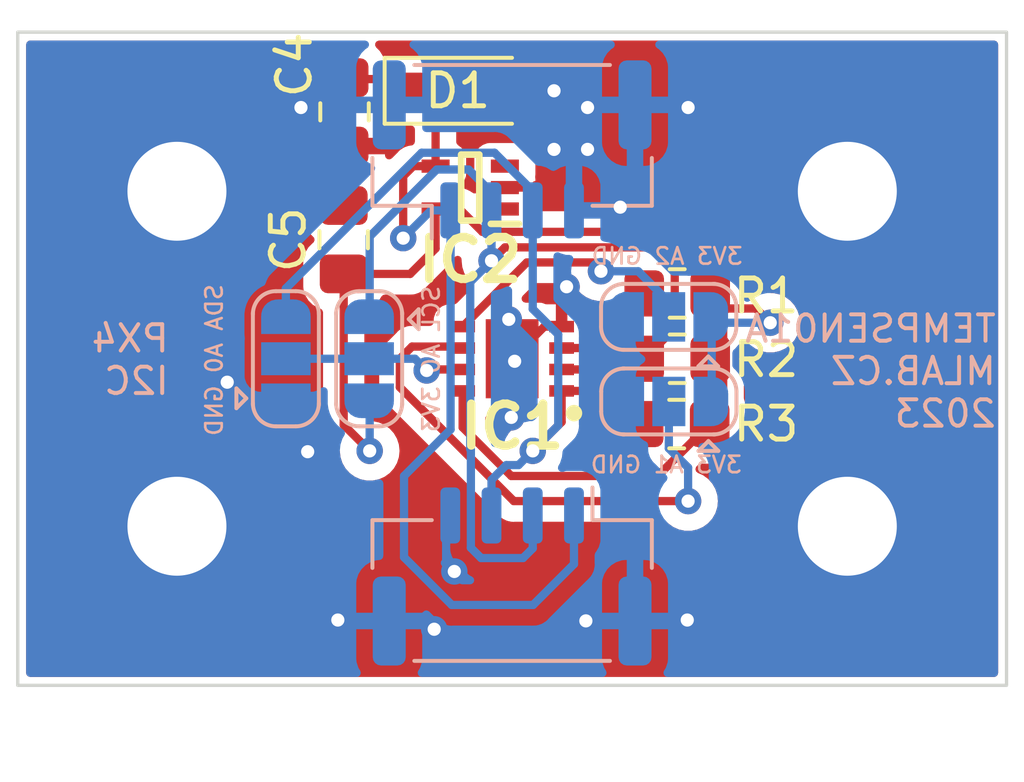
<source format=kicad_pcb>
(kicad_pcb (version 20221018) (generator pcbnew)
  (layers (0 "F.Cu" signal) (31 "B.Cu" signal) (34 "B.Paste" user) (35 "F.Paste" user) (36 "B.SilkS" user "B.Silkscreen") (37 "F.SilkS" user "F.Silkscreen") (38 "B.Mask" user) (39 "F.Mask" user) (44 "Edge.Cuts" user))
  (net 0 "")
  (net 1 "+3.3V")
  (net 2 "GND")
  (net 3 "VDD")
  (net 4 "/SDA")
  (net 5 "/SCL")
  (net 6 "/OS")
  (net 7 "/A2")
  (net 8 "/A1")
  (net 9 "/A0")
  (footprint "Fiducial:Fiducial_1mm_Mask2mm" (layer "F.Cu") (at 124.206 71.12)
    (fp_text reference "FID2" hide)
    (fp_text value "Fiducial")
    (pad "" smd circle (at 0 0) (size 1 1) (layers "F.Cu" "F.Mask") (clearance 0.5))
  )
  (footprint "Mlab_Mechanical:MountingHole_3mm" (layer "F.Cu") (at 121.92 66.04)
    (fp_text reference "M2" hide)
    (fp_text value "HOLE" hide)
    (pad "1" thru_hole circle (at 0 0) (size 6 6) (drill 3) (layers "*.Cu" "*.Mask") (net 2 "GND") (clearance 1))
  )
  (footprint "Capacitor_SMD:C_0805_2012Metric_Pad1.18x1.45mm_HandSolder" (layer "F.Cu") (at 106.6546 67.5093 90)
    (fp_text reference "C5" (at 0 -1.68 90) (layer "F.SilkS"))
    (fp_text value "1uF")
    (fp_line (start -0.261252 -0.735) (end 0.261252 -0.735) (stroke (width 0.12)) (layer "F.SilkS"))
    (fp_line (start -0.261252 0.735) (end 0.261252 0.735) (stroke (width 0.12)) (layer "F.SilkS"))
    (pad "1" smd roundrect (at -1.0375 0 90) (size 1.175 1.45) (layers "F.Cu" "F.Paste" "F.Mask") (roundrect_rratio 0.212766) (net 1 "+3.3V"))
    (pad "2" smd roundrect (at 1.0375 0 90) (size 1.175 1.45) (layers "F.Cu" "F.Paste" "F.Mask") (roundrect_rratio 0.212766) (net 2 "GND"))
  )
  (footprint "KiCad:SON65P300X300X80-9N" (layer "F.Cu") (at 111.76 71.12 180)
    (fp_text reference "IC1" (at 0 -2.0574) (layer "F.SilkS") (effects (font (size 1.27 1.27) (thickness 0.254))))
    (fp_text value "MAX31725MTA+T" hide)
    (fp_circle (center -1.875 -1.65) (end -1.875 -1.525) (stroke (width 0.25)) (fill none) (layer "F.SilkS"))
    (pad "1" smd rect (at -1.5 -0.975 270) (size 0.35 0.75) (layers "F.Cu" "F.Paste" "F.Mask") (net 4 "/SDA"))
    (pad "2" smd rect (at -1.5 -0.325 270) (size 0.35 0.75) (layers "F.Cu" "F.Paste" "F.Mask") (net 5 "/SCL"))
    (pad "3" smd rect (at -1.5 0.325 270) (size 0.35 0.75) (layers "F.Cu" "F.Paste" "F.Mask") (net 6 "/OS"))
    (pad "4" smd rect (at -1.5 0.975 270) (size 0.35 0.75) (layers "F.Cu" "F.Paste" "F.Mask") (net 2 "GND"))
    (pad "5" smd rect (at 1.5 0.975 270) (size 0.35 0.75) (layers "F.Cu" "F.Paste" "F.Mask") (net 7 "/A2"))
    (pad "6" smd rect (at 1.5 0.325 270) (size 0.35 0.75) (layers "F.Cu" "F.Paste" "F.Mask") (net 8 "/A1"))
    (pad "7" smd rect (at 1.5 -0.325 270) (size 0.35 0.75) (layers "F.Cu" "F.Paste" "F.Mask") (net 9 "/A0"))
    (pad "8" smd rect (at 1.5 -0.975 270) (size 0.35 0.75) (layers "F.Cu" "F.Paste" "F.Mask") (net 1 "+3.3V"))
    (pad "9" smd rect (at 0 0 180) (size 1.6 2.4) (layers "F.Cu" "F.Paste" "F.Mask") (net 2 "GND"))
  )
  (footprint "Fiducial:Fiducial_1mm_Mask2mm" (layer "F.Cu") (at 99.314 71.12)
    (fp_text reference "FID1" hide)
    (fp_text value "Fiducial")
    (pad "" smd circle (at 0 0) (size 1 1) (layers "F.Cu" "F.Mask") (clearance 0.5))
  )
  (footprint "Resistor_SMD:R_0805_2012Metric_Pad1.20x1.40mm_HandSolder" (layer "F.Cu") (at 116.7638 69.1388 180)
    (fp_text reference "R1" (at -2.6924 -0.0762 180) (layer "F.SilkS"))
    (fp_text value "4k7")
    (fp_line (start -0.227064 -0.735) (end 0.227064 -0.735) (stroke (width 0.12)) (layer "F.SilkS"))
    (fp_line (start -0.227064 0.735) (end 0.227064 0.735) (stroke (width 0.12)) (layer "F.SilkS"))
    (pad "1" smd roundrect (at -1 0 180) (size 1.2 1.4) (layers "F.Cu" "F.Paste" "F.Mask") (roundrect_rratio 0.208333) (net 1 "+3.3V"))
    (pad "2" smd roundrect (at 1 0 180) (size 1.2 1.4) (layers "F.Cu" "F.Paste" "F.Mask") (roundrect_rratio 0.208333) (net 6 "/OS"))
  )
  (footprint "Diode_SMD:D_SOD-123F" (layer "F.Cu") (at 110.106 62.992)
    (fp_text reference "D1" (at 0.003 0) (layer "F.SilkS"))
    (fp_text value "BZV55C5V6")
    (fp_line (start -2.21 -1) (end -2.21 1) (stroke (width 0.12)) (layer "F.SilkS"))
    (fp_line (start -2.21 -1) (end 1.65 -1) (stroke (width 0.12)) (layer "F.SilkS"))
    (fp_line (start -2.21 1) (end 1.65 1) (stroke (width 0.12)) (layer "F.SilkS"))
    (pad "1" smd roundrect (at -1.4 0) (size 1.1 1.1) (layers "F.Cu" "F.Paste" "F.Mask") (roundrect_rratio 0.2272727273) (net 3 "VDD"))
    (pad "2" smd roundrect (at 1.4 0) (size 1.1 1.1) (layers "F.Cu" "F.Paste" "F.Mask") (roundrect_rratio 0.2272727273) (net 2 "GND"))
  )
  (footprint "Mlab_Mechanical:MountingHole_3mm" (layer "F.Cu") (at 101.6 76.2)
    (fp_text reference "M3" hide)
    (fp_text value "HOLE" hide)
    (pad "1" thru_hole circle (at 0 0) (size 6 6) (drill 3) (layers "*.Cu" "*.Mask") (net 2 "GND") (clearance 1))
  )
  (footprint "Resistor_SMD:R_0805_2012Metric_Pad1.20x1.40mm_HandSolder" (layer "F.Cu") (at 116.7638 71.12 180)
    (fp_text reference "R2" (at -2.6924 -0.0254 180) (layer "F.SilkS"))
    (fp_text value "4k7")
    (fp_line (start -0.227064 -0.735) (end 0.227064 -0.735) (stroke (width 0.12)) (layer "F.SilkS"))
    (fp_line (start -0.227064 0.735) (end 0.227064 0.735) (stroke (width 0.12)) (layer "F.SilkS"))
    (pad "1" smd roundrect (at -1 0 180) (size 1.2 1.4) (layers "F.Cu" "F.Paste" "F.Mask") (roundrect_rratio 0.208333) (net 1 "+3.3V"))
    (pad "2" smd roundrect (at 1 0 180) (size 1.2 1.4) (layers "F.Cu" "F.Paste" "F.Mask") (roundrect_rratio 0.208333) (net 5 "/SCL"))
  )
  (footprint "ncp:SOT65P210X110-5N" (layer "F.Cu") (at 110.49 65.928 180)
    (fp_text reference "IC2" (at 0 -2.1948) (layer "F.SilkS") (effects (font (size 1.27 1.27) (thickness 0.254))))
    (fp_text value "NCP715SQ33T2G" hide)
    (fp_line (start -1.475 -1.1) (end -0.625 -1.1) (stroke (width 0.2)) (layer "F.SilkS"))
    (fp_line (start -0.275 -1) (end 0.275 -1) (stroke (width 0.2)) (layer "F.SilkS"))
    (fp_line (start -0.275 1) (end -0.275 -1) (stroke (width 0.2)) (layer "F.SilkS"))
    (fp_line (start 0.275 -1) (end 0.275 1) (stroke (width 0.2)) (layer "F.SilkS"))
    (fp_line (start 0.275 1) (end -0.275 1) (stroke (width 0.2)) (layer "F.SilkS"))
    (pad "1" smd rect (at -1.05 -0.65 270) (size 0.4 0.85) (layers "F.Cu" "F.Paste" "F.Mask"))
    (pad "2" smd rect (at -1.05 0 270) (size 0.4 0.85) (layers "F.Cu" "F.Paste" "F.Mask") (net 2 "GND"))
    (pad "3" smd rect (at -1.05 0.65 270) (size 0.4 0.85) (layers "F.Cu" "F.Paste" "F.Mask"))
    (pad "4" smd rect (at 1.05 0.65 270) (size 0.4 0.85) (layers "F.Cu" "F.Paste" "F.Mask") (net 3 "VDD"))
    (pad "5" smd rect (at 1.05 -0.65 270) (size 0.4 0.85) (layers "F.Cu" "F.Paste" "F.Mask") (net 1 "+3.3V"))
  )
  (footprint "Mlab_Mechanical:MountingHole_3mm" (layer "F.Cu") (at 121.92 76.2)
    (fp_text reference "M4" hide)
    (fp_text value "HOLE" hide)
    (pad "1" thru_hole circle (at 0 0) (size 6 6) (drill 3) (layers "*.Cu" "*.Mask") (net 2 "GND") (clearance 1))
  )
  (footprint "Mlab_Mechanical:MountingHole_3mm" (layer "F.Cu") (at 101.6 66.04)
    (fp_text reference "M1" hide)
    (fp_text value "HOLE" hide)
    (pad "1" thru_hole circle (at 0 0) (size 6 6) (drill 3) (layers "*.Cu" "*.Mask") (net 2 "GND") (clearance 1))
  )
  (footprint "Resistor_SMD:R_0805_2012Metric_Pad1.20x1.40mm_HandSolder" (layer "F.Cu") (at 116.7478 73.1012 180)
    (fp_text reference "R3" (at -2.7084 0 180) (layer "F.SilkS"))
    (fp_text value "4k7")
    (fp_line (start -0.227064 -0.735) (end 0.227064 -0.735) (stroke (width 0.12)) (layer "F.SilkS"))
    (fp_line (start -0.227064 0.735) (end 0.227064 0.735) (stroke (width 0.12)) (layer "F.SilkS"))
    (pad "1" smd roundrect (at -1 0 180) (size 1.2 1.4) (layers "F.Cu" "F.Paste" "F.Mask") (roundrect_rratio 0.208333) (net 1 "+3.3V"))
    (pad "2" smd roundrect (at 1 0 180) (size 1.2 1.4) (layers "F.Cu" "F.Paste" "F.Mask") (roundrect_rratio 0.208333) (net 4 "/SDA"))
  )
  (footprint "Capacitor_SMD:C_0805_2012Metric_Pad1.18x1.45mm_HandSolder" (layer "F.Cu") (at 106.68 63.6309 -90)
    (fp_text reference "C4" (at -1.4263 1.524 -90) (layer "F.SilkS"))
    (fp_text value "1uF")
    (fp_line (start -0.261252 -0.735) (end 0.261252 -0.735) (stroke (width 0.12)) (layer "F.SilkS"))
    (fp_line (start -0.261252 0.735) (end 0.261252 0.735) (stroke (width 0.12)) (layer "F.SilkS"))
    (pad "1" smd roundrect (at -1.0375 0 270) (size 1.175 1.45) (layers "F.Cu" "F.Paste" "F.Mask") (roundrect_rratio 0.212766) (net 3 "VDD"))
    (pad "2" smd roundrect (at 1.0375 0 270) (size 1.175 1.45) (layers "F.Cu" "F.Paste" "F.Mask") (roundrect_rratio 0.212766) (net 2 "GND"))
  )
  (footprint "Connector_JST:JST_GH_SM04B-GHS-TB_1x04-1MP_P1.25mm_Horizontal" (layer "B.Cu") (at 111.76 77.724 180)
    (fp_text reference "J1" hide)
    (fp_text value "SM04B-GHS-TB" hide)
    (fp_line (start -4.235 0.26) (end -4.235 1.71) (stroke (width 0.12)) (layer "B.SilkS"))
    (fp_line (start -4.235 1.71) (end -2.435 1.71) (stroke (width 0.12)) (layer "B.SilkS"))
    (fp_line (start -2.965 -2.56) (end 2.965 -2.56) (stroke (width 0.12)) (layer "B.SilkS"))
    (fp_line (start -2.435 1.71) (end -2.435 2.7) (stroke (width 0.12)) (layer "B.SilkS"))
    (fp_line (start 4.235 0.26) (end 4.235 1.71) (stroke (width 0.12)) (layer "B.SilkS"))
    (fp_line (start 4.235 1.71) (end 2.435 1.71) (stroke (width 0.12)) (layer "B.SilkS"))
    (pad "1" smd roundrect (at -1.875 1.85 180) (size 0.6 1.7) (layers "B.Cu" "B.Paste" "B.Mask") (net 3 "VDD"))
    (pad "2" smd roundrect (at -0.625 1.85 180) (size 0.6 1.7) (layers "B.Cu" "B.Paste" "B.Mask") (net 5 "/SCL"))
    (pad "3" smd roundrect (at 0.625 1.85 180) (size 0.6 1.7) (layers "B.Cu" "B.Paste" "B.Mask") (net 4 "/SDA"))
    (pad "4" smd roundrect (at 1.875 1.85 180) (size 0.6 1.7) (layers "B.Cu" "B.Paste" "B.Mask") (net 2 "GND"))
    (pad "MP" smd roundrect (at -3.725 -1.35 180) (size 1 2.7) (layers "B.Cu" "B.Paste" "B.Mask") (net 2 "GND"))
    (pad "MP" smd roundrect (at 3.725 -1.35 180) (size 1 2.7) (layers "B.Cu" "B.Paste" "B.Mask") (net 2 "GND"))
  )
  (footprint "Jumper:SolderJumper-3_P1.3mm_Open_RoundedPad1.0x1.5mm" (layer "B.Cu") (at 104.902 71.12 90)
    (fp_text reference "JP2" hide)
    (fp_text value "SolderJumper_3_Open" hide)
    (fp_line (start -2.05 -0.3) (end -2.05 0.3) (stroke (width 0.12)) (layer "B.SilkS"))
    (fp_line (start -1.5 -1.5) (end -0.9 -1.5) (stroke (width 0.12)) (layer "B.SilkS"))
    (fp_line (start -1.4 1) (end 1.4 1) (stroke (width 0.12)) (layer "B.SilkS"))
    (fp_line (start -1.2 -1.2) (end -1.5 -1.5) (stroke (width 0.12)) (layer "B.SilkS"))
    (fp_line (start -1.2 -1.2) (end -0.9 -1.5) (stroke (width 0.12)) (layer "B.SilkS"))
    (fp_line (start 1.4 -1) (end -1.4 -1) (stroke (width 0.12)) (layer "B.SilkS"))
    (fp_line (start 2.05 0.3) (end 2.05 -0.3) (stroke (width 0.12)) (layer "B.SilkS"))
    (fp_arc (start -2.05 -0.3) (mid -1.844975 -0.794975) (end -1.35 -1) (stroke (width 0.12)) (layer "B.SilkS"))
    (fp_arc (start -1.35 1) (mid -1.844975 0.794975) (end -2.05 0.3) (stroke (width 0.12)) (layer "B.SilkS"))
    (fp_arc (start 1.35 -1) (mid 1.844975 -0.794975) (end 2.05 -0.3) (stroke (width 0.12)) (layer "B.SilkS"))
    (fp_arc (start 2.05 0.3) (mid 1.844975 0.794975) (end 1.35 1) (stroke (width 0.12)) (layer "B.SilkS"))
    (pad "1" smd custom (at -1.3 0 90) (size 1 0.5) (layers "B.Cu" "B.Mask") (net 2 "GND") (options (clearance outline) (anchor rect)) (primitives (gr_circle (center 0 -0.25) (end 0.5 -0.25) (width 0) (fill yes)) (gr_circle (center 0 0.25) (end 0.5 0.25) (width 0) (fill yes)) (gr_poly (pts (xy 0.55 -0.75) (xy 0 -0.75) (xy 0 0.75) (xy 0.55 0.75)) (width 0) (fill yes))))
    (pad "2" smd rect (at 0 0 90) (size 1 1.5) (layers "B.Cu" "B.Mask") (net 9 "/A0"))
    (pad "3" smd custom (at 1.3 0 90) (size 1 0.5) (layers "B.Cu" "B.Mask") (net 4 "/SDA") (options (clearance outline) (anchor rect)) (primitives (gr_circle (center 0 -0.25) (end 0.5 -0.25) (width 0) (fill yes)) (gr_circle (center 0 0.25) (end 0.5 0.25) (width 0) (fill yes)) (gr_poly (pts (xy 0 -0.75) (xy -0.55 -0.75) (xy -0.55 0.75) (xy 0 0.75)) (width 0) (fill yes))))
  )
  (footprint "Jumper:SolderJumper-3_P1.3mm_Open_RoundedPad1.0x1.5mm" (layer "B.Cu") (at 116.5052 69.85 180)
    (fp_text reference "JP4" hide)
    (fp_text value "SolderJumper_3_Open" hide)
    (fp_line (start -2.05 -0.3) (end -2.05 0.3) (stroke (width 0.12)) (layer "B.SilkS"))
    (fp_line (start -1.5 -1.5) (end -0.9 -1.5) (stroke (width 0.12)) (layer "B.SilkS"))
    (fp_line (start -1.4 1) (end 1.4 1) (stroke (width 0.12)) (layer "B.SilkS"))
    (fp_line (start -1.2 -1.2) (end -1.5 -1.5) (stroke (width 0.12)) (layer "B.SilkS"))
    (fp_line (start -1.2 -1.2) (end -0.9 -1.5) (stroke (width 0.12)) (layer "B.SilkS"))
    (fp_line (start 1.4 -1) (end -1.4 -1) (stroke (width 0.12)) (layer "B.SilkS"))
    (fp_line (start 2.05 0.3) (end 2.05 -0.3) (stroke (width 0.12)) (layer "B.SilkS"))
    (fp_arc (start -2.05 -0.3) (mid -1.844975 -0.794975) (end -1.35 -1) (stroke (width 0.12)) (layer "B.SilkS"))
    (fp_arc (start -1.35 1) (mid -1.844975 0.794975) (end -2.05 0.3) (stroke (width 0.12)) (layer "B.SilkS"))
    (fp_arc (start 1.35 -1) (mid 1.844975 -0.794975) (end 2.05 -0.3) (stroke (width 0.12)) (layer "B.SilkS"))
    (fp_arc (start 2.05 0.3) (mid 1.844975 0.794975) (end 1.35 1) (stroke (width 0.12)) (layer "B.SilkS"))
    (pad "1" smd custom (at -1.3 0 180) (size 1 0.5) (layers "B.Cu" "B.Mask") (net 1 "+3.3V") (options (clearance outline) (anchor rect)) (primitives (gr_circle (center 0 -0.25) (end 0.5 -0.25) (width 0) (fill yes)) (gr_circle (center 0 0.25) (end 0.5 0.25) (width 0) (fill yes)) (gr_poly (pts (xy 0.55 -0.75) (xy 0 -0.75) (xy 0 0.75) (xy 0.55 0.75)) (width 0) (fill yes))))
    (pad "2" smd rect (at 0 0 180) (size 1 1.5) (layers "B.Cu" "B.Mask") (net 7 "/A2"))
    (pad "3" smd custom (at 1.3 0 180) (size 1 0.5) (layers "B.Cu" "B.Mask") (net 2 "GND") (options (clearance outline) (anchor rect)) (primitives (gr_circle (center 0 -0.25) (end 0.5 -0.25) (width 0) (fill yes)) (gr_circle (center 0 0.25) (end 0.5 0.25) (width 0) (fill yes)) (gr_poly (pts (xy 0 -0.75) (xy -0.55 -0.75) (xy -0.55 0.75) (xy 0 0.75)) (width 0) (fill yes))))
  )
  (footprint "Jumper:SolderJumper-3_P1.3mm_Open_RoundedPad1.0x1.5mm" (layer "B.Cu") (at 107.4265 71.12 -90)
    (fp_text reference "JP1" hide)
    (fp_text value "SolderJumper_3_Open" hide)
    (fp_line (start -2.05 -0.3) (end -2.05 0.3) (stroke (width 0.12)) (layer "B.SilkS"))
    (fp_line (start -1.5 -1.5) (end -0.9 -1.5) (stroke (width 0.12)) (layer "B.SilkS"))
    (fp_line (start -1.4 1) (end 1.4 1) (stroke (width 0.12)) (layer "B.SilkS"))
    (fp_line (start -1.2 -1.2) (end -1.5 -1.5) (stroke (width 0.12)) (layer "B.SilkS"))
    (fp_line (start -1.2 -1.2) (end -0.9 -1.5) (stroke (width 0.12)) (layer "B.SilkS"))
    (fp_line (start 1.4 -1) (end -1.4 -1) (stroke (width 0.12)) (layer "B.SilkS"))
    (fp_line (start 2.05 0.3) (end 2.05 -0.3) (stroke (width 0.12)) (layer "B.SilkS"))
    (fp_arc (start -2.05 -0.3) (mid -1.844975 -0.794975) (end -1.35 -1) (stroke (width 0.12)) (layer "B.SilkS"))
    (fp_arc (start -1.35 1) (mid -1.844975 0.794975) (end -2.05 0.3) (stroke (width 0.12)) (layer "B.SilkS"))
    (fp_arc (start 1.35 -1) (mid 1.844975 -0.794975) (end 2.05 -0.3) (stroke (width 0.12)) (layer "B.SilkS"))
    (fp_arc (start 2.05 0.3) (mid 1.844975 0.794975) (end 1.35 1) (stroke (width 0.12)) (layer "B.SilkS"))
    (pad "1" smd custom (at -1.3 0 270) (size 1 0.5) (layers "B.Cu" "B.Mask") (net 5 "/SCL") (options (clearance outline) (anchor rect)) (primitives (gr_circle (center 0 -0.25) (end 0.5 -0.25) (width 0) (fill yes)) (gr_circle (center 0 0.25) (end 0.5 0.25) (width 0) (fill yes)) (gr_poly (pts (xy 0.55 -0.75) (xy 0 -0.75) (xy 0 0.75) (xy 0.55 0.75)) (width 0) (fill yes))))
    (pad "2" smd rect (at 0 0 270) (size 1 1.5) (layers "B.Cu" "B.Mask") (net 9 "/A0"))
    (pad "3" smd custom (at 1.3 0 270) (size 1 0.5) (layers "B.Cu" "B.Mask") (net 1 "+3.3V") (options (clearance outline) (anchor rect)) (primitives (gr_circle (center 0 -0.25) (end 0.5 -0.25) (width 0) (fill yes)) (gr_circle (center 0 0.25) (end 0.5 0.25) (width 0) (fill yes)) (gr_poly (pts (xy 0 -0.75) (xy -0.55 -0.75) (xy -0.55 0.75) (xy 0 0.75)) (width 0) (fill yes))))
  )
  (footprint "Jumper:SolderJumper-3_P1.3mm_Open_RoundedPad1.0x1.5mm" (layer "B.Cu") (at 116.5098 72.4154 180)
    (fp_text reference "JP3" hide)
    (fp_text value "SolderJumper_3_Open" hide)
    (fp_line (start -2.05 -0.3) (end -2.05 0.3) (stroke (width 0.12)) (layer "B.SilkS"))
    (fp_line (start -1.5 -1.5) (end -0.9 -1.5) (stroke (width 0.12)) (layer "B.SilkS"))
    (fp_line (start -1.4 1) (end 1.4 1) (stroke (width 0.12)) (layer "B.SilkS"))
    (fp_line (start -1.2 -1.2) (end -1.5 -1.5) (stroke (width 0.12)) (layer "B.SilkS"))
    (fp_line (start -1.2 -1.2) (end -0.9 -1.5) (stroke (width 0.12)) (layer "B.SilkS"))
    (fp_line (start 1.4 -1) (end -1.4 -1) (stroke (width 0.12)) (layer "B.SilkS"))
    (fp_line (start 2.05 0.3) (end 2.05 -0.3) (stroke (width 0.12)) (layer "B.SilkS"))
    (fp_arc (start -2.05 -0.3) (mid -1.844975 -0.794975) (end -1.35 -1) (stroke (width 0.12)) (layer "B.SilkS"))
    (fp_arc (start -1.35 1) (mid -1.844975 0.794975) (end -2.05 0.3) (stroke (width 0.12)) (layer "B.SilkS"))
    (fp_arc (start 1.35 -1) (mid 1.844975 -0.794975) (end 2.05 -0.3) (stroke (width 0.12)) (layer "B.SilkS"))
    (fp_arc (start 2.05 0.3) (mid 1.844975 0.794975) (end 1.35 1) (stroke (width 0.12)) (layer "B.SilkS"))
    (pad "1" smd custom (at -1.3 0 180) (size 1 0.5) (layers "B.Cu" "B.Mask") (net 1 "+3.3V") (options (clearance outline) (anchor rect)) (primitives (gr_circle (center 0 -0.25) (end 0.5 -0.25) (width 0) (fill yes)) (gr_circle (center 0 0.25) (end 0.5 0.25) (width 0) (fill yes)) (gr_poly (pts (xy 0.55 -0.75) (xy 0 -0.75) (xy 0 0.75) (xy 0.55 0.75)) (width 0) (fill yes))))
    (pad "2" smd rect (at 0 0 180) (size 1 1.5) (layers "B.Cu" "B.Mask") (net 8 "/A1"))
    (pad "3" smd custom (at 1.3 0 180) (size 1 0.5) (layers "B.Cu" "B.Mask") (net 2 "GND") (options (clearance outline) (anchor rect)) (primitives (gr_circle (center 0 -0.25) (end 0.5 -0.25) (width 0) (fill yes)) (gr_circle (center 0 0.25) (end 0.5 0.25) (width 0) (fill yes)) (gr_poly (pts (xy 0 -0.75) (xy -0.55 -0.75) (xy -0.55 0.75) (xy 0 0.75)) (width 0) (fill yes))))
  )
  (footprint "Connector_JST:JST_GH_SM04B-GHS-TB_1x04-1MP_P1.25mm_Horizontal" (layer "B.Cu") (at 111.76 64.77)
    (fp_text reference "J2" hide)
    (fp_text value "SM04B-GHS-TB" hide)
    (fp_line (start -4.235 0.26) (end -4.235 1.71) (stroke (width 0.12)) (layer "B.SilkS"))
    (fp_line (start -4.235 1.71) (end -2.435 1.71) (stroke (width 0.12)) (layer "B.SilkS"))
    (fp_line (start -2.965 -2.56) (end 2.965 -2.56) (stroke (width 0.12)) (layer "B.SilkS"))
    (fp_line (start -2.435 1.71) (end -2.435 2.7) (stroke (width 0.12)) (layer "B.SilkS"))
    (fp_line (start 4.235 0.26) (end 4.235 1.71) (stroke (width 0.12)) (layer "B.SilkS"))
    (fp_line (start 4.235 1.71) (end 2.435 1.71) (stroke (width 0.12)) (layer "B.SilkS"))
    (pad "1" smd roundrect (at -1.875 1.85) (size 0.6 1.7) (layers "B.Cu" "B.Paste" "B.Mask") (net 3 "VDD"))
    (pad "2" smd roundrect (at -0.625 1.85) (size 0.6 1.7) (layers "B.Cu" "B.Paste" "B.Mask") (net 5 "/SCL"))
    (pad "3" smd roundrect (at 0.625 1.85) (size 0.6 1.7) (layers "B.Cu" "B.Paste" "B.Mask") (net 4 "/SDA"))
    (pad "4" smd roundrect (at 1.875 1.85) (size 0.6 1.7) (layers "B.Cu" "B.Paste" "B.Mask") (net 2 "GND"))
    (pad "MP" smd roundrect (at -3.725 -1.35) (size 1 2.7) (layers "B.Cu" "B.Paste" "B.Mask") (net 2 "GND"))
    (pad "MP" smd roundrect (at 3.725 -1.35) (size 1 2.7) (layers "B.Cu" "B.Paste" "B.Mask") (net 2 "GND"))
  )
  (gr_rect (start 96.774 61.214) (end 126.746 81.026) (stroke (width 0.1)) (fill none) (layer "Edge.Cuts"))
  (gr_text "3V3 A1 GND" (at 118.7704 74.6252) (layer "B.SilkS") (effects (font (size 0.5 0.5) (thickness 0.08)) (justify left bottom mirror)))
  (gr_text "SCL A0 3V3" (at 109.601 68.8594 90) (layer "B.SilkS") (effects (font (size 0.5 0.5) (thickness 0.08)) (justify left bottom mirror)))
  (gr_text "TEMPSEN01A\nMLAB.CZ\n2023" (at 126.492 73.2536) (layer "B.SilkS") (effects (font (size 0.8 0.8) (thickness 0.12)) (justify left bottom mirror)))
  (gr_text "3V3 A2 GND" (at 118.7958 68.3006) (layer "B.SilkS") (effects (font (size 0.5 0.5) (thickness 0.08)) (justify left bottom mirror)))
  (gr_text "PX4\nI2C" (at 101.4222 72.263) (layer "B.SilkS") (effects (font (size 0.8 0.8) (thickness 0.12)) (justify left bottom mirror)))
  (gr_text "SDA A0 GND" (at 103.0224 68.8086 90) (layer "B.SilkS") (effects (font (size 0.5 0.5) (thickness 0.08)) (justify left bottom mirror)))
  (segment (start 109.44 66.578) (end 109.44 67.7758) (width 0.25) (layer "F.Cu") (net 1))
  (segment (start 116.173 74.676) (end 117.7478 73.1012) (width 0.25) (layer "F.Cu") (net 1))
  (segment (start 117.5628 67.2708) (end 118.157 67.865) (width 0.25) (layer "F.Cu") (net 1))
  (segment (start 111.7346 74.676) (end 116.173 74.676) (width 0.25) (layer "F.Cu") (net 1))
  (segment (start 118.157 71.12) (end 118.157 72.644) (width 0.25) (layer "F.Cu") (net 1))
  (segment (start 118.157 69.596) (end 119.1514 69.596) (width 0.25) (layer "F.Cu") (net 1))
  (segment (start 110.8572 67.2708) (end 117.5628 67.2708) (width 0.25) (layer "F.Cu") (net 1))
  (segment (start 109.44 66.578) (end 110.1644 66.578) (width 0.25) (layer "F.Cu") (net 1))
  (segment (start 118.157 69.596) (end 118.157 71.12) (width 0.25) (layer "F.Cu") (net 1))
  (segment (start 110.1644 66.578) (end 110.8572 67.2708) (width 0.25) (layer "F.Cu") (net 1))
  (segment (start 119.1514 69.596) (end 119.5832 70.0278) (width 0.25) (layer "F.Cu") (net 1))
  (segment (start 118.157 67.865) (end 118.157 69.596) (width 0.25) (layer "F.Cu") (net 1))
  (segment (start 109.44 67.7758) (end 108.669 68.5468) (width 0.25) (layer "F.Cu") (net 1))
  (segment (start 111.7346 74.676) (end 110.26 73.2014) (width 0.25) (layer "F.Cu") (net 1))
  (segment (start 106.6546 73.1266) (end 107.442 73.914) (width 0.25) (layer "F.Cu") (net 1))
  (segment (start 110.26 73.2014) (end 110.26 72.095) (width 0.25) (layer "F.Cu") (net 1))
  (segment (start 106.6546 68.5468) (end 106.6546 73.1266) (width 0.25) (layer "F.Cu") (net 1))
  (segment (start 108.669 68.5468) (end 106.6546 68.5468) (width 0.25) (layer "F.Cu") (net 1))
  (via (at 119.5832 70.0278) (size 0.8) (drill 0.4) (layers "F.Cu" "B.Cu") (net 1))
  (via (at 107.442 73.914) (size 0.8) (drill 0.4) (layers "F.Cu" "B.Cu") (net 1))
  (segment (start 117.8052 69.85) (end 117.8098 69.8546) (width 0.25) (layer "B.Cu") (net 1))
  (segment (start 117.8098 69.8546) (end 117.8098 72.4154) (width 0.25) (layer "B.Cu") (net 1))
  (segment (start 119.5832 70.0278) (end 117.983 70.0278) (width 0.25) (layer "B.Cu") (net 1))
  (segment (start 107.442 72.4355) (end 107.4265 72.42) (width 0.25) (layer "B.Cu") (net 1))
  (segment (start 117.983 70.0278) (end 117.8052 69.85) (width 0.25) (layer "B.Cu") (net 1))
  (segment (start 107.442 73.914) (end 107.442 72.4355) (width 0.25) (layer "B.Cu") (net 1))
  (segment (start 113.26 70.145) (end 112.735 70.145) (width 0.25) (layer "F.Cu") (net 2))
  (segment (start 114.442 65.928) (end 115.0366 66.5226) (width 0.25) (layer "F.Cu") (net 2))
  (segment (start 111.8362 71.1962) (end 111.6838 71.1962) (width 0.25) (layer "F.Cu") (net 2))
  (segment (start 111.54 65.928) (end 114.442 65.928) (width 0.25) (layer "F.Cu") (net 2))
  (segment (start 111.6838 71.1962) (end 111.76 71.12) (width 0.25) (layer "F.Cu") (net 2))
  (segment (start 112.735 70.145) (end 111.8362 71.0438) (width 0.25) (layer "F.Cu") (net 2))
  (segment (start 111.8362 71.0438) (end 111.8362 71.1962) (width 0.25) (layer "F.Cu") (net 2))
  (via (at 111.6584 69.9262) (size 0.8) (drill 0.4) (layers "F.Cu" "B.Cu") (net 2))
  (via (at 105.5624 73.9394) (size 0.8) (drill 0.4) (layers "F.Cu" "B.Cu") (net 2))
  (via (at 105.3592 63.5) (size 0.8) (drill 0.4) (layers "F.Cu" "B.Cu") (net 2))
  (via (at 111.7346 72.898) (size 0.8) (drill 0.4) (layers "F.Cu" "B.Cu") (net 2))
  (via (at 115.0366 66.5226) (size 0.8) (drill 0.4) (layers "F.Cu" "B.Cu") (net 2))
  (via (at 106.4768 79.0448) (size 0.8) (drill 0.4) (layers "F.Cu" "B.Cu") (net 2))
  (via (at 113.03 64.77) (size 0.8) (drill 0.4) (layers "F.Cu" "B.Cu") (net 2))
  (via (at 111.8362 71.1962) (size 0.8) (drill 0.4) (layers "F.Cu" "B.Cu") (net 2))
  (via (at 113.411 68.9356) (size 0.8) (drill 0.4) (layers "F.Cu" "B.Cu") (net 2))
  (via (at 117.094 63.5) (size 0.8) (drill 0.4) (layers "F.Cu" "B.Cu") (net 2))
  (via (at 110.0074 77.5716) (size 0.8) (drill 0.4) (layers "F.Cu" "B.Cu") (net 2))
  (via (at 113.9952 79.0702) (size 0.8) (drill 0.4) (layers "F.Cu" "B.Cu") (net 2))
  (via (at 114.046 63.5) (size 0.8) (drill 0.4) (layers "F.Cu" "B.Cu") (net 2))
  (via (at 109.3978 79.3242) (size 0.8) (drill 0.4) (layers "F.Cu" "B.Cu") (net 2))
  (via (at 103.124 71.8312) (size 0.8) (drill 0.4) (layers "F.Cu" "B.Cu") (net 2))
  (via (at 113.03 62.992) (size 0.8) (drill 0.4) (layers "F.Cu" "B.Cu") (net 2))
  (via (at 114.046 64.77) (size 0.8) (drill 0.4) (layers "F.Cu" "B.Cu") (net 2))
  (via (at 117.0686 79.0448) (size 0.8) (drill 0.4) (layers "F.Cu" "B.Cu") (net 2))
  (segment (start 108.7628 65.278) (end 109.44 65.278) (width 0.25) (layer "F.Cu") (net 3))
  (segment (start 106.68 62.6375) (end 108.3515 62.6375) (width 0.25) (layer "F.Cu") (net 3))
  (segment (start 109.44 65.278) (end 109.44 63.726) (width 0.25) (layer "F.Cu") (net 3))
  (segment (start 108.458 67.4624) (end 108.458 65.5828) (width 0.25) (layer "F.Cu") (net 3))
  (segment (start 109.44 63.726) (end 108.706 62.992) (width 0.25) (layer "F.Cu") (net 3))
  (segment (start 108.458 65.5828) (end 108.7628 65.278) (width 0.25) (layer "F.Cu") (net 3))
  (segment (start 108.3515 62.6375) (end 108.706 62.992) (width 0.25) (layer "F.Cu") (net 3))
  (via (at 108.458 67.4624) (size 0.8) (drill 0.4) (layers "F.Cu" "B.Cu") (net 3))
  (segment (start 109.8942 73.2652) (end 108.4834 74.676) (width 0.25) (layer "B.Cu") (net 3))
  (segment (start 109.8942 66.6292) (end 109.8942 73.2652) (width 0.25) (layer "B.Cu") (net 3))
  (segment (start 109.3004 66.62) (end 108.458 67.4624) (width 0.25) (layer "B.Cu") (net 3))
  (segment (start 108.4834 74.676) (end 108.4834 77.1398) (width 0.25) (layer "B.Cu") (net 3))
  (segment (start 109.9312 78.5876) (end 112.395 78.5876) (width 0.25) (layer "B.Cu") (net 3))
  (segment (start 112.395 78.5876) (end 113.635 77.3476) (width 0.25) (layer "B.Cu") (net 3))
  (segment (start 108.4834 77.1398) (end 109.9312 78.5876) (width 0.25) (layer "B.Cu") (net 3))
  (segment (start 109.885 66.62) (end 109.8942 66.6292) (width 0.25) (layer "B.Cu") (net 3))
  (segment (start 113.635 77.3476) (end 113.635 75.874) (width 0.25) (layer "B.Cu") (net 3))
  (segment (start 109.885 66.62) (end 109.3004 66.62) (width 0.25) (layer "B.Cu") (net 3))
  (segment (start 113.26 73.039) (end 113.26 72.095) (width 0.25) (layer "F.Cu") (net 4))
  (segment (start 114.7416 72.095) (end 115.7478 73.1012) (width 0.25) (layer "F.Cu") (net 4))
  (segment (start 112.385 73.914) (end 113.26 73.039) (width 0.25) (layer "F.Cu") (net 4))
  (segment (start 113.26 72.095) (end 114.7416 72.095) (width 0.25) (layer "F.Cu") (net 4))
  (via (at 112.385 73.914) (size 0.8) (drill 0.4) (layers "F.Cu" "B.Cu") (net 4))
  (segment (start 111.5822 74.3458) (end 111.135 74.793) (width 0.25) (layer "B.Cu") (net 4))
  (segment (start 112.385 73.914) (end 113.157 73.142) (width 0.25) (layer "B.Cu") (net 4))
  (segment (start 111.135 74.793) (end 111.135 75.874) (width 0.25) (layer "B.Cu") (net 4))
  (segment (start 109.0168 64.8716) (end 104.902 68.9864) (width 0.25) (layer "B.Cu") (net 4))
  (segment (start 112.385 66.62) (end 112.385 66.03) (width 0.25) (layer "B.Cu") (net 4))
  (segment (start 112.385 66.03) (end 111.2266 64.8716) (width 0.25) (layer "B.Cu") (net 4))
  (segment (start 111.2266 64.8716) (end 109.0168 64.8716) (width 0.25) (layer "B.Cu") (net 4))
  (segment (start 111.9532 74.3458) (end 111.5822 74.3458) (width 0.25) (layer "B.Cu") (net 4))
  (segment (start 113.157 70.3834) (end 112.385 69.6114) (width 0.25) (layer "B.Cu") (net 4))
  (segment (start 112.385 69.6114) (end 112.385 66.62) (width 0.25) (layer "B.Cu") (net 4))
  (segment (start 112.385 73.914) (end 111.9532 74.3458) (width 0.25) (layer "B.Cu") (net 4))
  (segment (start 113.157 73.142) (end 113.157 70.3834) (width 0.25) (layer "B.Cu") (net 4))
  (segment (start 104.902 68.9864) (end 104.902 69.82) (width 0.25) (layer "B.Cu") (net 4))
  (segment (start 116.6888 70.195) (end 115.7638 71.12) (width 0.25) (layer "F.Cu") (net 5))
  (segment (start 115.4388 71.445) (end 113.26 71.445) (width 0.25) (layer "F.Cu") (net 5))
  (segment (start 115.7638 71.12) (end 115.4388 71.445) (width 0.25) (layer "F.Cu") (net 5))
  (segment (start 111.5414 67.7418) (end 115.979973 67.7418) (width 0.25) (layer "F.Cu") (net 5))
  (segment (start 116.6888 68.450627) (end 116.6888 70.195) (width 0.25) (layer "F.Cu") (net 5))
  (segment (start 111.5414 67.7418) (end 111.135 68.1482) (width 0.25) (layer "F.Cu") (net 5))
  (segment (start 115.979973 67.7418) (end 116.6888 68.450627) (width 0.25) (layer "F.Cu") (net 5))
  (via (at 111.135 68.1482) (size 0.8) (drill 0.4) (layers "F.Cu" "B.Cu") (net 5))
  (segment (start 110.49 68.7932) (end 110.49 73.8632) (width 0.25) (layer "B.Cu") (net 5))
  (segment (start 111.135 66.0754) (end 110.4392 65.3796) (width 0.25) (layer "B.Cu") (net 5))
  (segment (start 109.475396 65.3796) (end 107.442 67.412996) (width 0.25) (layer "B.Cu") (net 5))
  (segment (start 111.135 68.1482) (end 110.49 68.7932) (width 0.25) (layer "B.Cu") (net 5))
  (segment (start 107.442 67.412996) (end 107.442 69.8045) (width 0.25) (layer "B.Cu") (net 5))
  (segment (start 112.385 76.8704) (end 112.385 75.874) (width 0.25) (layer "B.Cu") (net 5))
  (segment (start 111.232 66.62) (end 111.232 66.891751) (width 0.25) (layer "B.Cu") (net 5))
  (segment (start 110.8202 77.1652) (end 112.0902 77.1652) (width 0.25) (layer "B.Cu") (net 5))
  (segment (start 110.51 73.8832) (end 110.51 76.855) (width 0.25) (layer "B.Cu") (net 5))
  (segment (start 111.135 66.62) (end 111.135 68.1482) (width 0.25) (layer "B.Cu") (net 5))
  (segment (start 111.135 66.62) (end 111.135 66.0754) (width 0.25) (layer "B.Cu") (net 5))
  (segment (start 110.4392 65.3796) (end 109.475396 65.3796) (width 0.25) (layer "B.Cu") (net 5))
  (segment (start 110.51 76.855) (end 110.8202 77.1652) (width 0.25) (layer "B.Cu") (net 5))
  (segment (start 110.49 73.8632) (end 110.51 73.8832) (width 0.25) (layer "B.Cu") (net 5))
  (segment (start 107.442 69.8045) (end 107.4265 69.82) (width 0.25) (layer "B.Cu") (net 5))
  (segment (start 111.232 66.891751) (end 111.252 66.911751) (width 0.25) (layer "B.Cu") (net 5))
  (segment (start 112.0902 77.1652) (end 112.385 76.8704) (width 0.25) (layer "B.Cu") (net 5))
  (segment (start 114.1076 70.795) (end 115.7638 69.1388) (width 0.25) (layer "F.Cu") (net 6))
  (segment (start 113.26 70.795) (end 114.1076 70.795) (width 0.25) (layer "F.Cu") (net 6))
  (segment (start 114.1851 68.199) (end 112.206 68.199) (width 0.25) (layer "F.Cu") (net 7))
  (segment (start 114.4524 68.4663) (end 114.1851 68.199) (width 0.25) (layer "F.Cu") (net 7))
  (segment (start 112.206 68.199) (end 110.26 70.145) (width 0.25) (layer "F.Cu") (net 7))
  (via (at 114.4524 68.4663) (size 0.8) (drill 0.4) (layers "F.Cu" "B.Cu") (net 7))
  (segment (start 115.58112 68.4663) (end 116.5052 69.39038) (width 0.25) (layer "B.Cu") (net 7))
  (segment (start 114.4524 68.4663) (end 115.58112 68.4663) (width 0.25) (layer "B.Cu") (net 7))
  (segment (start 116.5052 69.39038) (end 116.5052 69.85) (width 0.25) (layer "B.Cu") (net 7))
  (segment (start 108.7258 70.7506) (end 110.2156 70.7506) (width 0.25) (layer "F.Cu") (net 8))
  (segment (start 111.8108 75.438) (end 108.3564 71.9836) (width 0.25) (layer "F.Cu") (net 8))
  (segment (start 117.094 75.438) (end 111.8108 75.438) (width 0.25) (layer "F.Cu") (net 8))
  (segment (start 110.2156 70.7506) (end 110.26 70.795) (width 0.25) (layer "F.Cu") (net 8))
  (segment (start 108.3564 71.12) (end 108.7258 70.7506) (width 0.25) (layer "F.Cu") (net 8))
  (segment (start 108.3564 71.9836) (end 108.3564 71.12) (width 0.25) (layer "F.Cu") (net 8))
  (via (at 117.094 75.438) (size 0.8) (drill 0.4) (layers "F.Cu" "B.Cu") (net 8))
  (segment (start 117.094 74.422) (end 116.5098 73.8378) (width 0.25) (layer "B.Cu") (net 8))
  (segment (start 117.094 75.438) (end 117.094 74.422) (width 0.25) (layer "B.Cu") (net 8))
  (segment (start 116.5098 73.8378) (end 116.5098 72.4154) (width 0.25) (layer "B.Cu") (net 8))
  (segment (start 110.26 71.445) (end 109.1998 71.445) (width 0.25) (layer "F.Cu") (net 9))
  (segment (start 109.1998 71.445) (end 109.1692 71.4756) (width 0.25) (layer "F.Cu") (net 9))
  (via (at 109.1692 71.4756) (size 0.8) (drill 0.4) (layers "F.Cu" "B.Cu") (net 9))
  (segment (start 107.5736 71.4756) (end 107.442 71.344) (width 0.25) (layer "B.Cu") (net 9))
  (segment (start 108.8136 71.12) (end 109.1692 71.4756) (width 0.25) (layer "B.Cu") (net 9))
  (segment (start 107.4265 71.12) (end 108.8136 71.12) (width 0.25) (layer "B.Cu") (net 9))
  (segment (start 105.216 71.344) (end 105.156 71.404) (width 0.25) (layer "B.Cu") (net 9))
  (segment (start 107.4265 71.12) (end 104.902 71.12) (width 0.25) (layer "B.Cu") (net 9))
  (zone (net 2) (net_name "GND") (layers "F&B.Cu") (connect_pads (clearance 0.5)) (min_thickness 0.25) (fill yes (thermal_gap 0.5) (thermal_bridge_width 0.5))
    (polygon (pts (xy 97.028 61.468) (xy 126.492 61.468) (xy 126.492 80.772) (xy 97.028 80.772)))
  )
)
</source>
